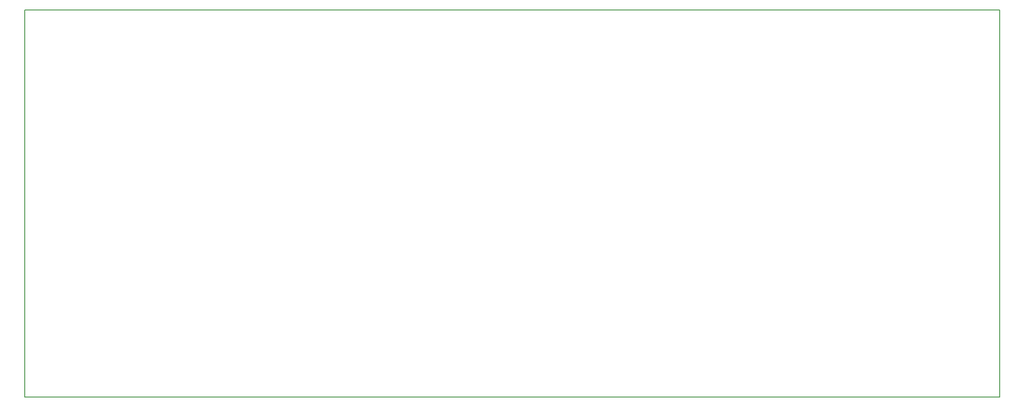
<source format=gbr>
%FSLAX34Y34*%
G04 Gerber Fmt 3.4, Leading zero omitted, Abs format*
G04 (created by PCBNEW (2014-03-29 BZR 4777)-product) date Mo 31 Mär 2014 21:29:10 CEST*
%MOIN*%
G01*
G70*
G90*
G04 APERTURE LIST*
%ADD10C,0.005906*%
G04 APERTURE END LIST*
G54D10*
X94600Y-23000D02*
X94800Y-23000D01*
X94600Y-52750D02*
X94800Y-52750D01*
X78750Y-52750D02*
X94600Y-52750D01*
X78750Y-23000D02*
X94600Y-23000D01*
X94800Y-52750D02*
X94800Y-23000D01*
X78750Y-23000D02*
X19950Y-23000D01*
X19950Y-52750D02*
X78750Y-52750D01*
X19950Y-23000D02*
X19950Y-52750D01*
M02*

</source>
